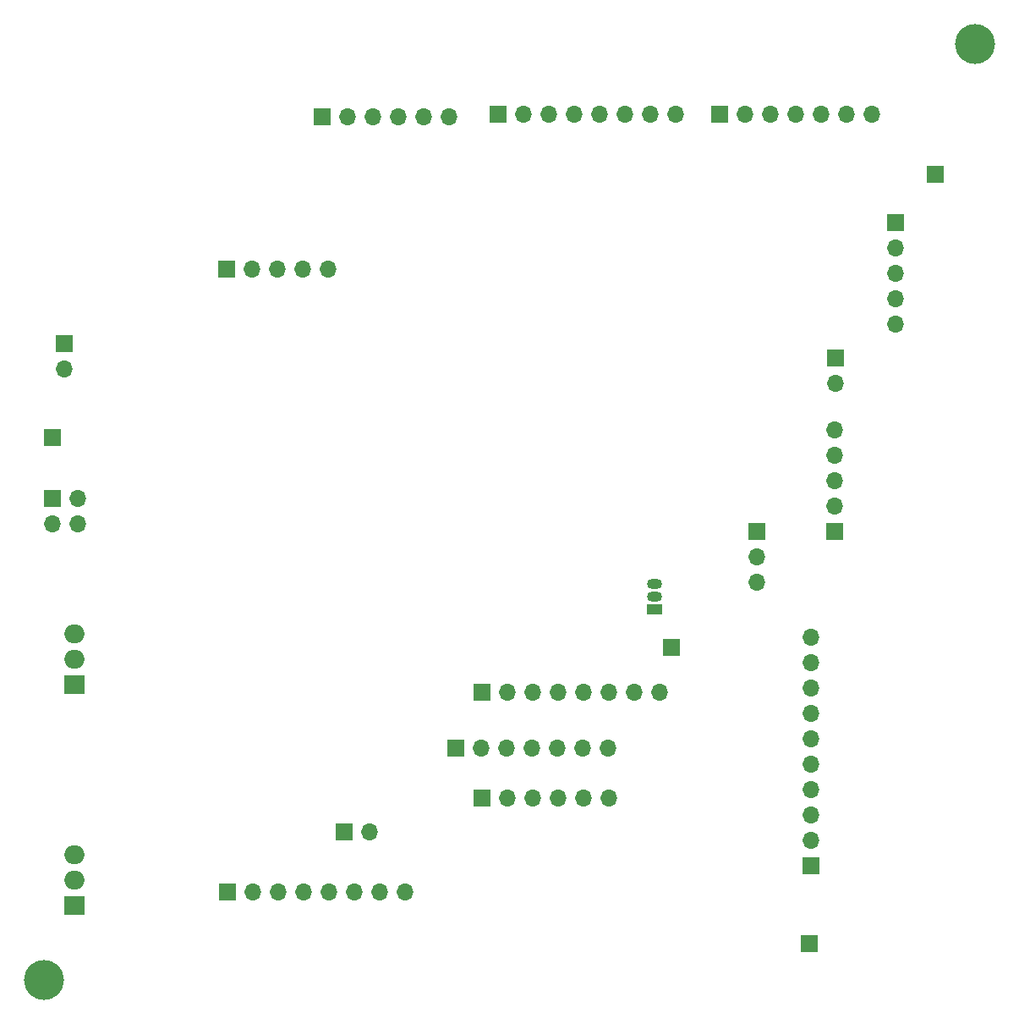
<source format=gbs>
%TF.GenerationSoftware,KiCad,Pcbnew,(5.1.12)-1*%
%TF.CreationDate,2022-08-06T16:23:42+02:00*%
%TF.ProjectId,PrototypV1_tx,50726f74-6f74-4797-9056-315f74782e6b,rev?*%
%TF.SameCoordinates,Original*%
%TF.FileFunction,Soldermask,Bot*%
%TF.FilePolarity,Negative*%
%FSLAX46Y46*%
G04 Gerber Fmt 4.6, Leading zero omitted, Abs format (unit mm)*
G04 Created by KiCad (PCBNEW (5.1.12)-1) date 2022-08-06 16:23:42*
%MOMM*%
%LPD*%
G01*
G04 APERTURE LIST*
%ADD10O,1.700000X1.700000*%
%ADD11R,1.700000X1.700000*%
%ADD12C,4.000000*%
%ADD13O,2.000000X1.905000*%
%ADD14R,2.000000X1.905000*%
%ADD15R,1.500000X1.050000*%
%ADD16O,1.500000X1.050000*%
G04 APERTURE END LIST*
D10*
X49940000Y-177000000D03*
D11*
X47400000Y-177000000D03*
D10*
X96600000Y-132140000D03*
D11*
X96600000Y-129600000D03*
X80200000Y-158600000D03*
D12*
X110600000Y-98200000D03*
D11*
X106600000Y-111200000D03*
D12*
X17400000Y-191800000D03*
D11*
X94000000Y-188200000D03*
X18200000Y-137600000D03*
D10*
X100240000Y-105200000D03*
X97700000Y-105200000D03*
X95160000Y-105200000D03*
X92620000Y-105200000D03*
X90080000Y-105200000D03*
X87540000Y-105200000D03*
D11*
X85000000Y-105200000D03*
D10*
X94200000Y-157540000D03*
X94200000Y-160080000D03*
X94200000Y-162620000D03*
X94200000Y-165160000D03*
X94200000Y-167700000D03*
X94200000Y-170240000D03*
X94200000Y-172780000D03*
X94200000Y-175320000D03*
X94200000Y-177860000D03*
D11*
X94200000Y-180400000D03*
D10*
X19400000Y-130740000D03*
D11*
X19400000Y-128200000D03*
D13*
X20400000Y-179320000D03*
X20400000Y-181860000D03*
D14*
X20400000Y-184400000D03*
D15*
X78500000Y-154750000D03*
D16*
X78500000Y-152210000D03*
X78500000Y-153480000D03*
D10*
X88750000Y-152080000D03*
X88750000Y-149540000D03*
D11*
X88750000Y-147000000D03*
D10*
X96500000Y-136840000D03*
X96500000Y-139380000D03*
X96500000Y-141920000D03*
X96500000Y-144460000D03*
D11*
X96500000Y-147000000D03*
D10*
X102600000Y-126200000D03*
X102600000Y-123660000D03*
X102600000Y-121120000D03*
X102600000Y-118580000D03*
D11*
X102600000Y-116040000D03*
D10*
X78980000Y-163050000D03*
X76440000Y-163050000D03*
X73900000Y-163050000D03*
X71360000Y-163050000D03*
X68820000Y-163050000D03*
X66280000Y-163050000D03*
X63740000Y-163050000D03*
D11*
X61200000Y-163050000D03*
D10*
X73840000Y-168650000D03*
X71300000Y-168650000D03*
X68760000Y-168650000D03*
X66220000Y-168650000D03*
X63680000Y-168650000D03*
X61140000Y-168650000D03*
D11*
X58600000Y-168650000D03*
D10*
X20740000Y-146190000D03*
X18200000Y-146190000D03*
X20740000Y-143650000D03*
D11*
X18200000Y-143650000D03*
D10*
X73900000Y-173650000D03*
X71360000Y-173650000D03*
X68820000Y-173650000D03*
X66280000Y-173650000D03*
X63740000Y-173650000D03*
D11*
X61200000Y-173650000D03*
D10*
X53530000Y-183000000D03*
X50990000Y-183000000D03*
X48450000Y-183000000D03*
X45910000Y-183000000D03*
X43370000Y-183000000D03*
X40830000Y-183000000D03*
X38290000Y-183000000D03*
D11*
X35750000Y-183000000D03*
D10*
X45830000Y-120750000D03*
X43290000Y-120750000D03*
X40750000Y-120750000D03*
X38210000Y-120750000D03*
D11*
X35670000Y-120750000D03*
D10*
X80620000Y-105250000D03*
X78080000Y-105250000D03*
X75540000Y-105250000D03*
X73000000Y-105250000D03*
X70460000Y-105250000D03*
X67920000Y-105250000D03*
X65380000Y-105250000D03*
D11*
X62840000Y-105250000D03*
D10*
X57950000Y-105500000D03*
X55410000Y-105500000D03*
X52870000Y-105500000D03*
X50330000Y-105500000D03*
X47790000Y-105500000D03*
D11*
X45250000Y-105500000D03*
D13*
X20400000Y-157170000D03*
X20400000Y-159710000D03*
D14*
X20400000Y-162250000D03*
M02*

</source>
